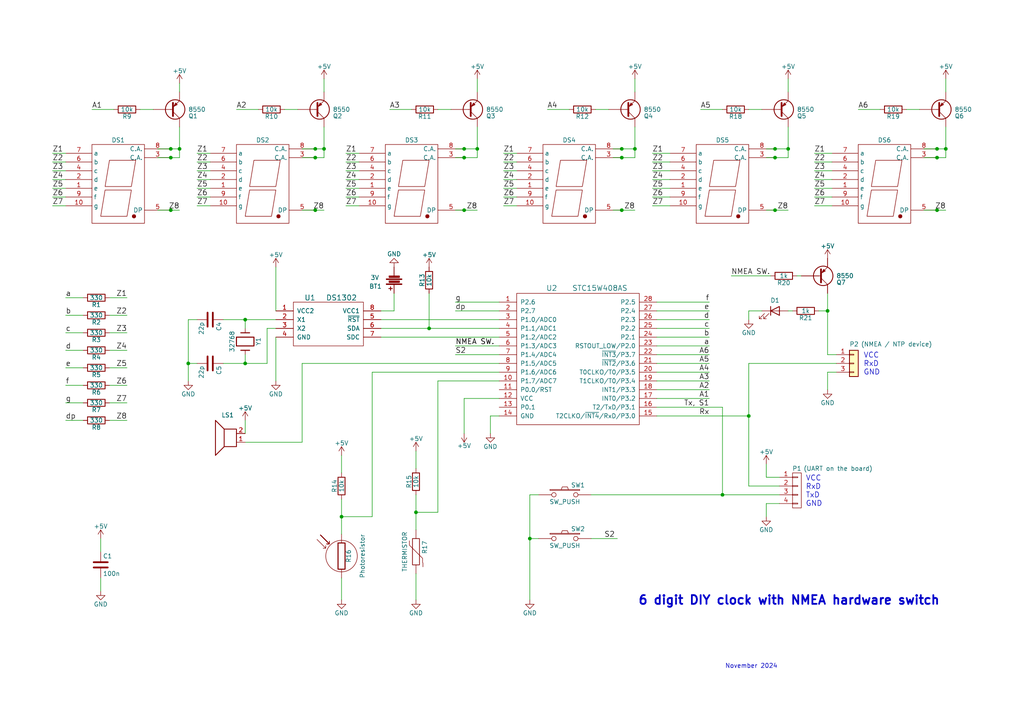
<source format=kicad_sch>
(kicad_sch (version 20250114) (generator "eeschema") (generator_version "9.0")
  (paper "A4")
  (lib_symbols
    (symbol "C_1" (pin_numbers (hide yes)) (pin_names (offset 0.254) (hide yes))
      (property "Reference" "C" (at 0.635 2.54 0))
      (property "Value" "C" (at 0.635 -2.54 0))
      (symbol "C_1_1_1"
        (pin passive line (at 0 3.81 270) (length 2.794) (name "~") (number "1"))
        (pin passive line (at 0 -3.81 90) (length 2.794) (name "~") (number "2"))
      )
    )
    (symbol "C_2" (pin_numbers (hide yes)) (pin_names (offset 0.254) (hide yes))
      (property "Reference" "C" (at 0.635 2.54 0))
      (property "Value" "C" (at 0.635 -2.54 0))
      (symbol "C_2_1_1"
        (pin passive line (at 0 3.81 270) (length 2.794) (name "~") (number "1"))
        (pin passive line (at 0 -3.81 90) (length 2.794) (name "~") (number "2"))
      )
    )
    (symbol "Connector_Generic:Conn_01x03" (pin_names (offset 1.016) (hide yes))
      (property "Reference" "J" (at 0 5.08 0))
      (property "Value" "Conn_01x03" (at 0 -5.08 0))
      (symbol "Conn_01x03_1_1"
        (pin passive line (at -5.08 2.54 0) (length 3.81) (name "Pin_1") (number "1"))
        (pin passive line (at -5.08 0 0) (length 3.81) (name "Pin_2") (number "2"))
        (pin passive line (at -5.08 -2.54 0) (length 3.81) (name "Pin_3") (number "3"))
      )
    )
    (symbol "Device:LED" (pin_numbers (hide yes)) (pin_names (offset 1.016) (hide yes))
      (property "Reference" "D" (at 0 2.54 0))
      (property "Value" "LED" (at 0 -2.54 0))
      (symbol "LED_1_1"
        (pin passive line (at -3.81 0 0) (length 2.54) (name "K") (number "1"))
        (pin passive line (at 3.81 0 180) (length 2.54) (name "A") (number "2"))
      )
    )
    (symbol "Device:Speaker" (pin_names (offset 0) (hide yes))
      (property "Reference" "LS" (at 1.27 5.715 0))
      (property "Value" "Speaker" (at 1.27 3.81 0))
      (symbol "Speaker_1_1"
        (pin input line (at -5.08 0 0) (length 2.54) (name "1") (number "1"))
        (pin input line (at -5.08 -2.54 0) (length 2.54) (name "2") (number "2"))
      )
    )
    (symbol "S8550_1" (pin_numbers (hide yes)) (pin_names (offset 0) (hide yes))
      (property "Reference" "Q" (at 5.08 1.905 0))
      (property "Value" "S8550" (at 5.08 0 0))
      (property "Footprint" "TO-92" (at 5.08 -1.905 0))
      (symbol "S8550_1_1_1"
        (pin input line (at -5.08 0 0) (length 5.08) (name "B") (number "2"))
        (pin passive line (at 2.54 5.08 270) (length 2.54) (name "C") (number "3"))
        (pin passive line (at 2.54 -5.08 90) (length 2.54) (name "E") (number "1"))
      )
    )
    (symbol "S8550_2" (pin_numbers (hide yes)) (pin_names (offset 0) (hide yes))
      (property "Reference" "Q" (at 5.08 1.905 0))
      (property "Value" "S8550" (at 5.08 0 0))
      (property "Footprint" "TO-92" (at 5.08 -1.905 0))
      (symbol "S8550_2_1_1"
        (pin input line (at -5.08 0 0) (length 5.08) (name "B") (number "2"))
        (pin passive line (at 2.54 5.08 270) (length 2.54) (name "C") (number "3"))
        (pin passive line (at 2.54 -5.08 90) (length 2.54) (name "E") (number "1"))
      )
    )
    (symbol "S8550_3" (pin_numbers (hide yes)) (pin_names (offset 0) (hide yes))
      (property "Reference" "Q" (at 5.08 1.905 0))
      (property "Value" "S8550" (at 5.08 0 0))
      (property "Footprint" "TO-92" (at 5.08 -1.905 0))
      (symbol "S8550_3_1_1"
        (pin input line (at -5.08 0 0) (length 5.08) (name "B") (number "2"))
        (pin passive line (at 2.54 5.08 270) (length 2.54) (name "C") (number "3"))
        (pin passive line (at 2.54 -5.08 90) (length 2.54) (name "E") (number "1"))
      )
    )
    (symbol "S8550_4" (pin_numbers (hide yes)) (pin_names (offset 0) (hide yes))
      (property "Reference" "Q" (at 5.08 1.905 0))
      (property "Value" "S8550" (at 5.08 0 0))
      (property "Footprint" "TO-92" (at 5.08 -1.905 0))
      (symbol "S8550_4_1_1"
        (pin input line (at -5.08 0 0) (length 5.08) (name "B") (number "2"))
        (pin passive line (at 2.54 5.08 270) (length 2.54) (name "C") (number "3"))
        (pin passive line (at 2.54 -5.08 90) (length 2.54) (name "E") (number "1"))
      )
    )
    (symbol "S8550_5" (pin_numbers (hide yes)) (pin_names (offset 0) (hide yes))
      (property "Reference" "Q" (at 5.08 1.905 0))
      (property "Value" "S8550" (at 5.08 0 0))
      (property "Footprint" "TO-92" (at 5.08 -1.905 0))
      (symbol "S8550_5_1_1"
        (pin input line (at -5.08 0 0) (length 5.08) (name "B") (number "2"))
        (pin passive line (at 2.54 5.08 270) (length 2.54) (name "C") (number "3"))
        (pin passive line (at 2.54 -5.08 90) (length 2.54) (name "E") (number "1"))
      )
    )
    (symbol "S8550_6" (pin_numbers (hide yes)) (pin_names (offset 0) (hide yes))
      (property "Reference" "Q" (at 5.08 1.905 0))
      (property "Value" "S8550" (at 5.08 0 0))
      (property "Footprint" "TO-92" (at 5.08 -1.905 0))
      (symbol "S8550_6_1_1"
        (pin input line (at -5.08 0 0) (length 5.08) (name "B") (number "2"))
        (pin passive line (at 2.54 5.08 270) (length 2.54) (name "C") (number "3"))
        (pin passive line (at 2.54 -5.08 90) (length 2.54) (name "E") (number "1"))
      )
    )
    (symbol "stc_diyclock-rescue:+5V" (power) (pin_names (offset 0))
      (property "Value" "+5V" (at 0 3.556 0))
      (symbol "+5V_1_1"
        (pin power_in line (at 0 0 90) (length 0) (hide yes) (name "+5V") (number "1"))
      )
    )
    (symbol "stc_diyclock-rescue:7SEGMENTS"
      (property "Reference" "AFF" (at 0 13.97 0))
      (property "Value" "7SEGMENTS" (at 0 -11.43 0))
      (symbol "7SEGMENTS_1_1"
        (pin input line (at -15.24 10.16 0) (length 7.62) (name "a") (number "7"))
        (pin input line (at -15.24 7.62 0) (length 7.62) (name "b") (number "6"))
        (pin input line (at -15.24 5.08 0) (length 7.62) (name "c") (number "4"))
        (pin input line (at -15.24 2.54 0) (length 7.62) (name "d") (number "2"))
        (pin input line (at -15.24 0 0) (length 7.62) (name "e") (number "1"))
        (pin input line (at -15.24 -2.54 0) (length 7.62) (name "f") (number "9"))
        (pin input line (at -15.24 -5.08 0) (length 7.62) (name "g") (number "10"))
        (pin input line (at 15.24 11.43 180) (length 7.62) (name "C.A.") (number "8"))
        (pin input line (at 15.24 8.89 180) (length 7.62) (name "C.A.") (number "3"))
        (pin input line (at 15.24 -6.35 180) (length 7.62) (name "DP") (number "5"))
      )
    )
    (symbol "stc_diyclock-rescue:Battery" (pin_numbers (hide yes)) (pin_names (offset 0))
      (property "Reference" "BT" (at 2.54 1.27 0))
      (property "Value" "Battery" (at 2.54 -1.27 0))
      (symbol "Battery_1_1"
        (pin passive line (at 0 3.81 270) (length 2.54) (name "~") (number "1"))
        (pin passive line (at 0 -3.81 90) (length 2.54) (name "~") (number "2"))
      )
    )
    (symbol "stc_diyclock-rescue:C" (pin_numbers (hide yes)) (pin_names (offset 0.254))
      (property "Reference" "C" (at 0.635 2.54 0))
      (property "Value" "C" (at 0.635 -2.54 0))
      (symbol "C_1_1"
        (pin passive line (at 0 3.81 270) (length 2.794) (name "~") (number "1"))
        (pin passive line (at 0 -3.81 90) (length 2.794) (name "~") (number "2"))
      )
    )
    (symbol "stc_diyclock-rescue:CONN_01X04" (pin_names (offset 1.016) (hide yes))
      (property "Reference" "P" (at 0 6.35 0))
      (property "Value" "CONN_01X04" (at 2.54 0 90))
      (symbol "CONN_01X04_1_1"
        (pin passive line (at -5.08 3.81 0) (length 3.81) (name "P1") (number "1"))
        (pin passive line (at -5.08 1.27 0) (length 3.81) (name "P2") (number "2"))
        (pin passive line (at -5.08 -1.27 0) (length 3.81) (name "P3") (number "3"))
        (pin passive line (at -5.08 -3.81 0) (length 3.81) (name "P4") (number "4"))
      )
    )
    (symbol "stc_diyclock-rescue:Crystal" (pin_numbers (hide yes)) (pin_names (offset 1.016) (hide yes))
      (property "Reference" "Y" (at 0 3.81 0))
      (property "Value" "Crystal" (at 0 -3.81 0))
      (symbol "Crystal_1_1"
        (pin passive line (at -3.81 0 0) (length 1.27) (name "1") (number "1"))
        (pin passive line (at 3.81 0 180) (length 1.27) (name "2") (number "2"))
      )
    )
    (symbol "stc_diyclock-rescue:DS1302" (pin_names (offset 1.016))
      (property "Reference" "U" (at 0 7.62 0))
      (property "Value" "DS1302" (at 0 -7.62 0))
      (symbol "DS1302_1_1"
        (pin input line (at -15.24 3.81 0) (length 5.08) (name "VCC2") (number "1"))
        (pin input line (at -15.24 1.27 0) (length 5.08) (name "X1") (number "2"))
        (pin output line (at -15.24 -1.27 0) (length 5.08) (name "X2") (number "3"))
        (pin power_in line (at -15.24 -3.81 0) (length 5.08) (name "GND") (number "4"))
        (pin power_in line (at 15.24 3.81 180) (length 5.08) (name "VCC1") (number "8"))
        (pin input line (at 15.24 1.27 180) (length 5.08) (name "~{RST}") (number "5"))
        (pin bidirectional line (at 15.24 -1.27 180) (length 5.08) (name "SDA") (number "6"))
        (pin input line (at 15.24 -3.81 180) (length 5.08) (name "SDC") (number "7"))
      )
    )
    (symbol "stc_diyclock-rescue:GND" (power) (pin_names (offset 0))
      (property "Value" "GND" (at 0 -3.81 0))
      (symbol "GND_1_1"
        (pin power_in line (at 0 0 270) (length 0) (hide yes) (name "GND") (number "1"))
      )
    )
    (symbol "stc_diyclock-rescue:Photores" (pin_numbers (hide yes)) (pin_names (offset 0))
      (property "Reference" "R" (at 2.032 0 90))
      (property "Value" "Photores" (at 5.334 0 90))
      (symbol "Photores_1_1"
        (pin passive line (at 0 6.35 270) (length 2.54) (name "~") (number "1"))
        (pin passive line (at 0 -6.35 90) (length 2.54) (name "~") (number "2"))
      )
    )
    (symbol "stc_diyclock-rescue:R" (pin_numbers (hide yes)) (pin_names (offset 0))
      (property "Reference" "R" (at 2.032 0 90))
      (property "Value" "R" (at 0 0 90))
      (symbol "R_1_1"
        (pin passive line (at 0 3.81 270) (length 1.27) (name "~") (number "1"))
        (pin passive line (at 0 -3.81 90) (length 1.27) (name "~") (number "2"))
      )
    )
    (symbol "stc_diyclock-rescue:S8550" (pin_numbers (hide yes)) (pin_names (offset 0) (hide yes))
      (property "Reference" "Q" (at 5.08 1.905 0))
      (property "Value" "S8550" (at 5.08 0 0))
      (property "Footprint" "TO-92" (at 5.08 -1.905 0))
      (symbol "S8550_1_1"
        (pin input line (at -5.08 0 0) (length 5.08) (name "B") (number "2"))
        (pin passive line (at 2.54 5.08 270) (length 2.54) (name "C") (number "3"))
        (pin passive line (at 2.54 -5.08 90) (length 2.54) (name "E") (number "1"))
      )
    )
    (symbol "stc_diyclock-rescue:STC15W408AS" (pin_names (offset 1.016))
      (property "Reference" "U" (at 0 20.32 0))
      (property "Value" "STC15W408AS" (at 0 -20.32 0))
      (symbol "STC15W408AS_1_1"
        (pin bidirectional line (at -22.86 16.51 0) (length 5.08) (name "P2.6") (number "1"))
        (pin bidirectional line (at -22.86 13.97 0) (length 5.08) (name "P2.7") (number "2"))
        (pin bidirectional line (at -22.86 11.43 0) (length 5.08) (name "P1.0/ADC0") (number "3"))
        (pin bidirectional line (at -22.86 8.89 0) (length 5.08) (name "P1.1/ADC1") (number "4"))
        (pin bidirectional line (at -22.86 6.35 0) (length 5.08) (name "P1.2/ADC2") (number "5"))
        (pin bidirectional line (at -22.86 3.81 0) (length 5.08) (name "P1.3/ADC3") (number "6"))
        (pin bidirectional line (at -22.86 1.27 0) (length 5.08) (name "P1.4/ADC4") (number "7"))
        (pin bidirectional line (at -22.86 -1.27 0) (length 5.08) (name "P1.5/ADC5") (number "8"))
        (pin bidirectional line (at -22.86 -3.81 0) (length 5.08) (name "P1.6/ADC6") (number "9"))
        (pin bidirectional line (at -22.86 -6.35 0) (length 5.08) (name "P1.7/ADC7") (number "10"))
        (pin bidirectional line (at -22.86 -8.89 0) (length 5.08) (name "P0.0/RST") (number "11"))
        (pin power_in line (at -22.86 -11.43 0) (length 5.08) (name "VCC") (number "12"))
        (pin bidirectional line (at -22.86 -13.97 0) (length 5.08) (name "P0.1") (number "13"))
        (pin input line (at -22.86 -16.51 0) (length 5.08) (name "GND") (number "14"))
        (pin bidirectional line (at 22.86 16.51 180) (length 5.08) (name "P2.5") (number "28"))
        (pin bidirectional line (at 22.86 13.97 180) (length 5.08) (name "P2.4") (number "27"))
        (pin bidirectional line (at 22.86 11.43 180) (length 5.08) (name "P2.3") (number "26"))
        (pin bidirectional line (at 22.86 8.89 180) (length 5.08) (name "P2.2") (number "25"))
        (pin bidirectional line (at 22.86 6.35 180) (length 5.08) (name "P2.1") (number "24"))
        (pin bidirectional line (at 22.86 3.81 180) (length 5.08) (name "RSTOUT_LOW/P2.0") (number "23"))
        (pin bidirectional line (at 22.86 1.27 180) (length 5.08) (name "~{INT3}/P3.7") (number "22"))
        (pin bidirectional line (at 22.86 -1.27 180) (length 5.08) (name "~{INT2}/P3.6") (number "21"))
        (pin bidirectional line (at 22.86 -3.81 180) (length 5.08) (name "T0CLKO/T0/P3.5") (number "20"))
        (pin bidirectional line (at 22.86 -6.35 180) (length 5.08) (name "T1CLKO/T0/P3.4") (number "19"))
        (pin bidirectional line (at 22.86 -8.89 180) (length 5.08) (name "INT1/P3.3") (number "18"))
        (pin bidirectional line (at 22.86 -11.43 180) (length 5.08) (name "INT0/P3.2") (number "17"))
        (pin bidirectional line (at 22.86 -13.97 180) (length 5.08) (name "T2/TxD/P3.1") (number "16"))
        (pin bidirectional line (at 22.86 -16.51 180) (length 5.08) (name "T2CLKO/~{INT4}/RxD/P3.0") (number "15"))
      )
    )
    (symbol "stc_diyclock-rescue:SW_PUSH" (pin_numbers (hide yes)) (pin_names (offset 1.016) (hide yes))
      (property "Reference" "SW" (at 3.81 2.794 0))
      (property "Value" "SW_PUSH" (at 0 -2.032 0))
      (symbol "SW_PUSH_0_1"
        (pin passive inverted (at -7.62 0 0) (length 5.08) (name "1") (number "1"))
        (pin passive inverted (at 7.62 0 180) (length 5.08) (name "2") (number "2"))
      )
    )
    (symbol "stc_diyclock-rescue:THERMISTOR" (pin_numbers (hide yes)) (pin_names (offset 0))
      (property "Reference" "TH" (at 2.54 1.27 90))
      (property "Value" "THERMISTOR" (at -2.54 0 90))
      (symbol "THERMISTOR_0_1"
        (text "-" (at 1.905 -3.81 900) (effects (font (size 1.524 1.524))))
      )
      (symbol "THERMISTOR_1_1"
        (pin passive line (at 0 6.35 270) (length 2.54) (name "~") (number "1"))
        (pin passive line (at 0 -6.35 90) (length 2.54) (name "~") (number "2"))
      )
    )
  )
  (text "VCC\nRxD\nTxD\nGND" (at 233.68 147.066 0) (effects (font (size 1.524 1.524)) (justify left bottom)))
  (text "VCC\nRxD\nGND" (at 250.444 108.966 0) (effects (font (size 1.524 1.524)) (justify left bottom)))
  (text "November 2024" (at 217.932 193.294 0) (effects (font (size 1.27 1.27))))
  (text "6 digit DIY clock with NMEA hardware switch" (at 228.854 174.244 0) (effects (font (size 2.54 2.54) (thickness 0.508) (bold yes))))
  (junction (at 180.34 60.96))
  (junction (at 91.44 45.72))
  (junction (at 271.78 45.72))
  (junction (at 91.44 60.96))
  (junction (at 224.79 43.18))
  (junction (at 120.65 148.59))
  (junction (at 224.79 45.72))
  (junction (at 54.61 105.41))
  (junction (at 134.62 43.18))
  (junction (at 124.46 95.25))
  (junction (at 52.07 43.18))
  (junction (at 134.62 45.72))
  (junction (at 49.53 45.72))
  (junction (at 49.53 43.18))
  (junction (at 99.06 149.86))
  (junction (at 91.44 43.18))
  (junction (at 209.55 143.51))
  (junction (at 271.78 43.18))
  (junction (at 49.53 60.96))
  (junction (at 180.34 45.72))
  (junction (at 71.12 92.71))
  (junction (at 153.67 156.21))
  (junction (at 224.79 60.96))
  (junction (at 240.03 90.17))
  (junction (at 93.98 43.18))
  (junction (at 134.62 60.96))
  (junction (at 184.15 43.18))
  (junction (at 217.17 120.65))
  (junction (at 271.78 60.96))
  (junction (at 71.12 105.41))
  (junction (at 228.6 43.18))
  (junction (at 138.43 43.18))
  (junction (at 180.34 43.18))
  (junction (at 274.32 43.18))
  (wire (pts (xy 224.79 45.72) (xy 228.6 45.72)))
  (wire (pts (xy 190.5 113.03) (xy 205.74 113.03)))
  (wire (pts (xy 54.61 105.41) (xy 57.15 105.41)))
  (wire (pts (xy 190.5 95.25) (xy 205.74 95.25)))
  (wire (pts (xy 31.75 111.76) (xy 36.83 111.76)))
  (wire (pts (xy 107.95 107.95) (xy 144.78 107.95)))
  (wire (pts (xy 91.44 43.18) (xy 93.98 43.18)))
  (wire (pts (xy 153.67 143.51) (xy 156.21 143.51)))
  (wire (pts (xy 228.6 26.67) (xy 228.6 22.86)))
  (wire (pts (xy 52.07 43.18) (xy 52.07 36.83)))
  (wire (pts (xy 82.55 31.75) (xy 86.36 31.75)))
  (wire (pts (xy 194.31 49.53) (xy 189.23 49.53)))
  (wire (pts (xy 144.78 100.33) (xy 132.08 100.33)))
  (wire (pts (xy 31.75 96.52) (xy 36.83 96.52)))
  (wire (pts (xy 87.63 43.18) (xy 91.44 43.18)))
  (wire (pts (xy 24.13 111.76) (xy 19.05 111.76)))
  (wire (pts (xy 71.12 95.25) (xy 71.12 92.71)))
  (wire (pts (xy 60.96 54.61) (xy 57.15 54.61)))
  (wire (pts (xy 274.32 43.18) (xy 274.32 36.83)))
  (wire (pts (xy 226.06 146.05) (xy 222.25 146.05)))
  (wire (pts (xy 99.06 149.86) (xy 107.95 149.86)))
  (wire (pts (xy 138.43 26.67) (xy 138.43 22.86)))
  (wire (pts (xy 60.96 57.15) (xy 57.15 57.15)))
  (wire (pts (xy 120.65 143.51) (xy 120.65 148.59)))
  (wire (pts (xy 31.75 106.68) (xy 36.83 106.68)))
  (wire (pts (xy 241.3 57.15) (xy 236.22 57.15)))
  (wire (pts (xy 190.5 120.65) (xy 217.17 120.65)))
  (wire (pts (xy 223.52 80.01) (xy 212.09 80.01)))
  (wire (pts (xy 222.25 45.72) (xy 224.79 45.72)))
  (wire (pts (xy 45.72 60.96) (xy 49.53 60.96)))
  (wire (pts (xy 180.34 45.72) (xy 184.15 45.72)))
  (wire (pts (xy 194.31 46.99) (xy 189.23 46.99)))
  (wire (pts (xy 190.5 110.49) (xy 205.74 110.49)))
  (wire (pts (xy 153.67 156.21) (xy 153.67 173.99)))
  (wire (pts (xy 44.45 31.75) (xy 40.64 31.75)))
  (wire (pts (xy 171.45 143.51) (xy 209.55 143.51)))
  (wire (pts (xy 274.32 45.72) (xy 274.32 43.18)))
  (wire (pts (xy 31.75 86.36) (xy 36.83 86.36)))
  (wire (pts (xy 60.96 46.99) (xy 57.15 46.99)))
  (wire (pts (xy 144.78 115.57) (xy 134.62 115.57)))
  (wire (pts (xy 104.14 52.07) (xy 100.33 52.07)))
  (wire (pts (xy 24.13 86.36) (xy 19.05 86.36)))
  (wire (pts (xy 240.03 90.17) (xy 240.03 102.87)))
  (wire (pts (xy 144.78 120.65) (xy 142.24 120.65)))
  (wire (pts (xy 60.96 59.69) (xy 57.15 59.69)))
  (wire (pts (xy 241.3 46.99) (xy 236.22 46.99)))
  (wire (pts (xy 184.15 43.18) (xy 184.15 36.83)))
  (wire (pts (xy 93.98 43.18) (xy 93.98 36.83)))
  (wire (pts (xy 190.5 107.95) (xy 205.74 107.95)))
  (wire (pts (xy 132.08 45.72) (xy 134.62 45.72)))
  (wire (pts (xy 134.62 60.96) (xy 138.43 60.96)))
  (wire (pts (xy 19.05 57.15) (xy 15.24 57.15)))
  (wire (pts (xy 209.55 118.11) (xy 209.55 143.51)))
  (wire (pts (xy 209.55 143.51) (xy 226.06 143.51)))
  (wire (pts (xy 177.8 45.72) (xy 180.34 45.72)))
  (wire (pts (xy 49.53 45.72) (xy 52.07 45.72)))
  (wire (pts (xy 24.13 91.44) (xy 19.05 91.44)))
  (wire (pts (xy 222.25 146.05) (xy 222.25 149.86)))
  (wire (pts (xy 255.27 31.75) (xy 248.92 31.75)))
  (wire (pts (xy 267.97 43.18) (xy 271.78 43.18)))
  (wire (pts (xy 241.3 44.45) (xy 236.22 44.45)))
  (wire (pts (xy 110.49 97.79) (xy 144.78 97.79)))
  (wire (pts (xy 77.47 105.41) (xy 77.47 95.25)))
  (wire (pts (xy 184.15 45.72) (xy 184.15 43.18)))
  (wire (pts (xy 180.34 60.96) (xy 184.15 60.96)))
  (wire (pts (xy 134.62 43.18) (xy 138.43 43.18)))
  (wire (pts (xy 224.79 43.18) (xy 228.6 43.18)))
  (wire (pts (xy 49.53 60.96) (xy 52.07 60.96)))
  (wire (pts (xy 104.14 57.15) (xy 100.33 57.15)))
  (wire (pts (xy 104.14 49.53) (xy 100.33 49.53)))
  (wire (pts (xy 31.75 91.44) (xy 36.83 91.44)))
  (wire (pts (xy 149.86 52.07) (xy 146.05 52.07)))
  (wire (pts (xy 138.43 45.72) (xy 138.43 43.18)))
  (wire (pts (xy 194.31 44.45) (xy 189.23 44.45)))
  (wire (pts (xy 228.6 43.18) (xy 228.6 36.83)))
  (wire (pts (xy 99.06 149.86) (xy 99.06 154.94)))
  (wire (pts (xy 132.08 43.18) (xy 134.62 43.18)))
  (wire (pts (xy 190.5 90.17) (xy 205.74 90.17)))
  (wire (pts (xy 31.75 101.6) (xy 36.83 101.6)))
  (wire (pts (xy 24.13 116.84) (xy 19.05 116.84)))
  (wire (pts (xy 209.55 31.75) (xy 203.2 31.75)))
  (wire (pts (xy 107.95 107.95) (xy 107.95 149.86)))
  (wire (pts (xy 217.17 90.17) (xy 217.17 92.71)))
  (wire (pts (xy 228.6 90.17) (xy 229.87 90.17)))
  (wire (pts (xy 144.78 87.63) (xy 132.08 87.63)))
  (wire (pts (xy 222.25 138.43) (xy 226.06 138.43)))
  (wire (pts (xy 190.5 100.33) (xy 205.74 100.33)))
  (wire (pts (xy 271.78 60.96) (xy 274.32 60.96)))
  (wire (pts (xy 190.5 102.87) (xy 205.74 102.87)))
  (wire (pts (xy 80.01 77.47) (xy 80.01 90.17)))
  (wire (pts (xy 119.38 31.75) (xy 113.03 31.75)))
  (wire (pts (xy 120.65 166.37) (xy 120.65 173.99)))
  (wire (pts (xy 241.3 49.53) (xy 236.22 49.53)))
  (wire (pts (xy 45.72 43.18) (xy 49.53 43.18)))
  (wire (pts (xy 190.5 97.79) (xy 205.74 97.79)))
  (wire (pts (xy 110.49 95.25) (xy 124.46 95.25)))
  (wire (pts (xy 222.25 60.96) (xy 224.79 60.96)))
  (wire (pts (xy 240.03 107.95) (xy 240.03 113.03)))
  (wire (pts (xy 180.34 43.18) (xy 184.15 43.18)))
  (wire (pts (xy 149.86 46.99) (xy 146.05 46.99)))
  (wire (pts (xy 222.25 43.18) (xy 224.79 43.18)))
  (wire (pts (xy 24.13 96.52) (xy 19.05 96.52)))
  (wire (pts (xy 194.31 52.07) (xy 189.23 52.07)))
  (wire (pts (xy 144.78 110.49) (xy 127 110.49)))
  (wire (pts (xy 71.12 105.41) (xy 71.12 102.87)))
  (wire (pts (xy 120.65 148.59) (xy 120.65 153.67)))
  (wire (pts (xy 134.62 45.72) (xy 138.43 45.72)))
  (wire (pts (xy 104.14 46.99) (xy 100.33 46.99)))
  (wire (pts (xy 120.65 135.89) (xy 120.65 130.81)))
  (wire (pts (xy 31.75 121.92) (xy 36.83 121.92)))
  (wire (pts (xy 124.46 85.09) (xy 124.46 95.25)))
  (wire (pts (xy 217.17 140.97) (xy 226.06 140.97)))
  (wire (pts (xy 110.49 92.71) (xy 144.78 92.71)))
  (wire (pts (xy 171.45 156.21) (xy 179.07 156.21)))
  (wire (pts (xy 29.21 156.21) (xy 29.21 160.02)))
  (wire (pts (xy 19.05 54.61) (xy 15.24 54.61)))
  (wire (pts (xy 153.67 156.21) (xy 156.21 156.21)))
  (wire (pts (xy 31.75 116.84) (xy 36.83 116.84)))
  (wire (pts (xy 87.63 128.27) (xy 71.12 128.27)))
  (wire (pts (xy 104.14 54.61) (xy 100.33 54.61)))
  (wire (pts (xy 19.05 52.07) (xy 15.24 52.07)))
  (wire (pts (xy 87.63 45.72) (xy 91.44 45.72)))
  (wire (pts (xy 149.86 49.53) (xy 146.05 49.53)))
  (wire (pts (xy 222.25 134.62) (xy 222.25 138.43)))
  (wire (pts (xy 60.96 52.07) (xy 57.15 52.07)))
  (wire (pts (xy 49.53 43.18) (xy 52.07 43.18)))
  (wire (pts (xy 87.63 60.96) (xy 91.44 60.96)))
  (wire (pts (xy 190.5 115.57) (xy 205.74 115.57)))
  (wire (pts (xy 132.08 60.96) (xy 134.62 60.96)))
  (wire (pts (xy 194.31 57.15) (xy 189.23 57.15)))
  (wire (pts (xy 99.06 144.78) (xy 99.06 149.86)))
  (wire (pts (xy 177.8 60.96) (xy 180.34 60.96)))
  (wire (pts (xy 142.24 120.65) (xy 142.24 125.73)))
  (wire (pts (xy 266.7 31.75) (xy 262.89 31.75)))
  (wire (pts (xy 220.98 31.75) (xy 217.17 31.75)))
  (wire (pts (xy 271.78 43.18) (xy 274.32 43.18)))
  (wire (pts (xy 149.86 59.69) (xy 146.05 59.69)))
  (wire (pts (xy 194.31 54.61) (xy 189.23 54.61)))
  (wire (pts (xy 54.61 92.71) (xy 54.61 105.41)))
  (wire (pts (xy 24.13 101.6) (xy 19.05 101.6)))
  (wire (pts (xy 110.49 90.17) (xy 114.3 90.17)))
  (wire (pts (xy 52.07 45.72) (xy 52.07 43.18)))
  (wire (pts (xy 237.49 90.17) (xy 240.03 90.17)))
  (wire (pts (xy 274.32 26.67) (xy 274.32 22.86)))
  (wire (pts (xy 190.5 105.41) (xy 205.74 105.41)))
  (wire (pts (xy 228.6 45.72) (xy 228.6 43.18)))
  (wire (pts (xy 124.46 95.25) (xy 144.78 95.25)))
  (wire (pts (xy 19.05 59.69) (xy 15.24 59.69)))
  (wire (pts (xy 149.86 57.15) (xy 146.05 57.15)))
  (wire (pts (xy 80.01 92.71) (xy 71.12 92.71)))
  (wire (pts (xy 165.1 31.75) (xy 158.75 31.75)))
  (wire (pts (xy 19.05 46.99) (xy 15.24 46.99)))
  (wire (pts (xy 71.12 121.92) (xy 71.12 125.73)))
  (wire (pts (xy 24.13 121.92) (xy 19.05 121.92)))
  (wire (pts (xy 144.78 102.87) (xy 132.08 102.87)))
  (wire (pts (xy 93.98 45.72) (xy 93.98 43.18)))
  (wire (pts (xy 242.57 105.41) (xy 217.17 105.41)))
  (wire (pts (xy 120.65 148.59) (xy 127 148.59)))
  (wire (pts (xy 52.07 26.67) (xy 52.07 24.13)))
  (wire (pts (xy 60.96 49.53) (xy 57.15 49.53)))
  (wire (pts (xy 241.3 52.07) (xy 236.22 52.07)))
  (wire (pts (xy 240.03 102.87) (xy 242.57 102.87)))
  (wire (pts (xy 54.61 105.41) (xy 54.61 110.49)))
  (wire (pts (xy 144.78 90.17) (xy 132.08 90.17)))
  (wire (pts (xy 149.86 44.45) (xy 146.05 44.45)))
  (wire (pts (xy 99.06 167.64) (xy 99.06 173.99)))
  (wire (pts (xy 91.44 60.96) (xy 93.98 60.96)))
  (wire (pts (xy 130.81 31.75) (xy 127 31.75)))
  (wire (pts (xy 64.77 105.41) (xy 71.12 105.41)))
  (wire (pts (xy 217.17 120.65) (xy 217.17 140.97)))
  (wire (pts (xy 45.72 45.72) (xy 49.53 45.72)))
  (wire (pts (xy 232.41 80.01) (xy 231.14 80.01)))
  (wire (pts (xy 71.12 105.41) (xy 77.47 105.41)))
  (wire (pts (xy 71.12 92.71) (xy 64.77 92.71)))
  (wire (pts (xy 19.05 49.53) (xy 15.24 49.53)))
  (wire (pts (xy 91.44 45.72) (xy 93.98 45.72)))
  (wire (pts (xy 33.02 31.75) (xy 26.67 31.75)))
  (wire (pts (xy 104.14 59.69) (xy 100.33 59.69)))
  (wire (pts (xy 87.63 105.41) (xy 87.63 128.27)))
  (wire (pts (xy 149.86 54.61) (xy 146.05 54.61)))
  (wire (pts (xy 271.78 45.72) (xy 274.32 45.72)))
  (wire (pts (xy 217.17 105.41) (xy 217.17 120.65)))
  (wire (pts (xy 99.06 137.16) (xy 99.06 132.08)))
  (wire (pts (xy 184.15 26.67) (xy 184.15 22.86)))
  (wire (pts (xy 190.5 118.11) (xy 209.55 118.11)))
  (wire (pts (xy 240.03 85.09) (xy 240.03 90.17)))
  (wire (pts (xy 177.8 43.18) (xy 180.34 43.18)))
  (wire (pts (xy 114.3 85.09) (xy 114.3 90.17)))
  (wire (pts (xy 93.98 26.67) (xy 93.98 22.86)))
  (wire (pts (xy 144.78 105.41) (xy 87.63 105.41)))
  (wire (pts (xy 176.53 31.75) (xy 172.72 31.75)))
  (wire (pts (xy 60.96 44.45) (xy 57.15 44.45)))
  (wire (pts (xy 224.79 60.96) (xy 228.6 60.96)))
  (wire (pts (xy 194.31 59.69) (xy 189.23 59.69)))
  (wire (pts (xy 190.5 92.71) (xy 205.74 92.71)))
  (wire (pts (xy 29.21 167.64) (xy 29.21 171.45)))
  (wire (pts (xy 241.3 54.61) (xy 236.22 54.61)))
  (wire (pts (xy 57.15 92.71) (xy 54.61 92.71)))
  (wire (pts (xy 134.62 115.57) (xy 134.62 125.73)))
  (wire (pts (xy 127 110.49) (xy 127 148.59)))
  (wire (pts (xy 104.14 44.45) (xy 100.33 44.45)))
  (wire (pts (xy 74.93 31.75) (xy 68.58 31.75)))
  (wire (pts (xy 242.57 107.95) (xy 240.03 107.95)))
  (wire (pts (xy 220.98 90.17) (xy 217.17 90.17)))
  (wire (pts (xy 241.3 59.69) (xy 236.22 59.69)))
  (wire (pts (xy 138.43 43.18) (xy 138.43 36.83)))
  (wire (pts (xy 190.5 87.63) (xy 205.74 87.63)))
  (wire (pts (xy 153.67 143.51) (xy 153.67 156.21)))
  (wire (pts (xy 24.13 106.68) (xy 19.05 106.68)))
  (wire (pts (xy 267.97 60.96) (xy 271.78 60.96)))
  (wire (pts (xy 19.05 44.45) (xy 15.24 44.45)))
  (wire (pts (xy 80.01 97.79) (xy 80.01 110.49)))
  (wire (pts (xy 267.97 45.72) (xy 271.78 45.72)))
  (wire (pts (xy 80.01 95.25) (xy 77.47 95.25)))
  (label "c" (at 19.05 96.52 0) (effects (font (size 1.524 1.524))))
  (label "Z2" (at 146.05 46.99 0) (effects (font (size 1.524 1.524))))
  (label "d" (at 19.05 101.6 0) (effects (font (size 1.524 1.524))))
  (label "Z4" (at 236.22 52.07 0) (effects (font (size 1.524 1.524))))
  (label "dp" (at 132.08 90.17 0) (effects (font (size 1.524 1.524))))
  (label "Z5" (at 189.23 54.61 0) (effects (font (size 1.524 1.524))))
  (label "a" (at 19.05 86.36 0) (effects (font (size 1.524 1.524))))
  (label "b" (at 19.05 91.44 0) (effects (font (size 1.524 1.524))))
  (label "  " (at 132.08 118.11 0) (effects (font (size 1.524 1.524))))
  (label "Z1" (at 189.23 44.45 0) (effects (font (size 1.524 1.524))))
  (label "NMEA SW." (at 132.08 100.33 0) (effects (font (size 1.524 1.524) (thickness 0.1905))))
  (label "A6" (at 248.92 31.75 0) (effects (font (size 1.524 1.524))))
  (label "Z6" (at 57.15 57.15 0) (effects (font (size 1.524 1.524))))
  (label "Z2" (at 36.83 91.44 180) (effects (font (size 1.524 1.524))))
  (label "A6" (at 205.74 102.87 180) (effects (font (size 1.524 1.524))))
  (label "Z8" (at 184.15 60.96 180) (effects (font (size 1.524 1.524))))
  (label "Z4" (at 100.33 52.07 0) (effects (font (size 1.524 1.524))))
  (label "Z3" (at 146.05 49.53 0) (effects (font (size 1.524 1.524))))
  (label "A1" (at 205.74 115.57 180) (effects (font (size 1.524 1.524))))
  (label "A4" (at 158.75 31.75 0) (effects (font (size 1.524 1.524))))
  (label "Z2" (at 57.15 46.99 0) (effects (font (size 1.524 1.524))))
  (label "g" (at 132.08 87.63 0) (effects (font (size 1.524 1.524))))
  (label "Z4" (at 146.05 52.07 0) (effects (font (size 1.524 1.524))))
  (label "Z3" (at 15.24 49.53 0) (effects (font (size 1.524 1.524))))
  (label "Z1" (at 36.83 86.36 180) (effects (font (size 1.524 1.524))))
  (label "Z4" (at 189.23 52.07 0) (effects (font (size 1.524 1.524))))
  (label "Z7" (at 57.15 59.69 0) (effects (font (size 1.524 1.524))))
  (label "Z8" (at 52.07 60.96 180) (effects (font (size 1.524 1.524))))
  (label "Z5" (at 57.15 54.61 0) (effects (font (size 1.524 1.524))))
  (label "Z3" (at 57.15 49.53 0) (effects (font (size 1.524 1.524))))
  (label "a" (at 205.74 100.33 180) (effects (font (size 1.524 1.524))))
  (label "Z1" (at 146.05 44.45 0) (effects (font (size 1.524 1.524))))
  (label "Z3" (at 189.23 49.53 0) (effects (font (size 1.524 1.524))))
  (label "A2" (at 68.58 31.75 0) (effects (font (size 1.524 1.524))))
  (label "Z7" (at 36.83 116.84 180) (effects (font (size 1.524 1.524))))
  (label "f" (at 19.05 111.76 0) (effects (font (size 1.524 1.524))))
  (label "Z6" (at 146.05 57.15 0) (effects (font (size 1.524 1.524))))
  (label "Z1" (at 57.15 44.45 0) (effects (font (size 1.524 1.524))))
  (label "f" (at 205.74 87.63 180) (effects (font (size 1.524 1.524))))
  (label "Z7" (at 189.23 59.69 0) (effects (font (size 1.524 1.524))))
  (label "b" (at 205.74 97.79 180) (effects (font (size 1.524 1.524))))
  (label "Z4" (at 15.24 52.07 0) (effects (font (size 1.524 1.524))))
  (label "Z5" (at 36.83 106.68 180) (effects (font (size 1.524 1.524))))
  (label "A3" (at 205.74 110.49 180) (effects (font (size 1.524 1.524))))
  (label "  " (at 132.08 113.03 0) (effects (font (size 1.524 1.524))))
  (label "A5" (at 205.74 105.41 180) (effects (font (size 1.524 1.524))))
  (label "Z1" (at 15.24 44.45 0) (effects (font (size 1.524 1.524))))
  (label "Rx" (at 205.74 120.65 180) (effects (font (size 1.524 1.524))))
  (label "Z6" (at 15.24 57.15 0) (effects (font (size 1.524 1.524))))
  (label "Tx, S1" (at 205.74 118.11 180) (effects (font (size 1.524 1.524))))
  (label "NMEA SW." (at 212.09 80.01 0) (effects (font (size 1.524 1.524))))
  (label "Z8" (at 274.32 60.96 180) (effects (font (size 1.524 1.524))))
  (label "Z5" (at 146.05 54.61 0) (effects (font (size 1.524 1.524))))
  (label "Z7" (at 100.33 59.69 0) (effects (font (size 1.524 1.524))))
  (label "Z3" (at 236.22 49.53 0) (effects (font (size 1.524 1.524))))
  (label "d" (at 205.74 92.71 180) (effects (font (size 1.524 1.524))))
  (label "Z5" (at 15.24 54.61 0) (effects (font (size 1.524 1.524))))
  (label "e" (at 19.05 106.68 0) (effects (font (size 1.524 1.524))))
  (label "Z6" (at 100.33 57.15 0) (effects (font (size 1.524 1.524))))
  (label "A4" (at 205.74 107.95 180) (effects (font (size 1.524 1.524))))
  (label "A1" (at 26.67 31.75 0) (effects (font (size 1.524 1.524))))
  (label "Z4" (at 57.15 52.07 0) (effects (font (size 1.524 1.524))))
  (label "g" (at 19.05 116.84 0) (effects (font (size 1.524 1.524))))
  (label "Z7" (at 146.05 59.69 0) (effects (font (size 1.524 1.524))))
  (label "Z6" (at 236.22 57.15 0) (effects (font (size 1.524 1.524))))
  (label "Z7" (at 236.22 59.69 0) (effects (font (size 1.524 1.524))))
  (label "S2" (at 175.26 156.21 0) (effects (font (size 1.524 1.524))))
  (label "Z1" (at 100.33 44.45 0) (effects (font (size 1.524 1.524))))
  (label "Z6" (at 36.83 111.76 180) (effects (font (size 1.524 1.524))))
  (label "Z3" (at 100.33 49.53 0) (effects (font (size 1.524 1.524))))
  (label "Z8" (at 138.43 60.96 180) (effects (font (size 1.524 1.524))))
  (label "Z2" (at 100.33 46.99 0) (effects (font (size 1.524 1.524))))
  (label "Z8" (at 36.83 121.92 180) (effects (font (size 1.524 1.524))))
  (label "dp" (at 19.05 121.92 0) (effects (font (size 1.524 1.524))))
  (label "A5" (at 203.2 31.75 0) (effects (font (size 1.524 1.524))))
  (label "Z2" (at 189.23 46.99 0) (effects (font (size 1.524 1.524))))
  (label "Z5" (at 100.33 54.61 0) (effects (font (size 1.524 1.524))))
  (label "c" (at 205.74 95.25 180) (effects (font (size 1.524 1.524))))
  (label "Z7" (at 15.24 59.69 0) (effects (font (size 1.524 1.524))))
  (label "e" (at 205.74 90.17 180) (effects (font (size 1.524 1.524))))
  (label "Z2" (at 236.22 46.99 0) (effects (font (size 1.524 1.524))))
  (label "Z6" (at 189.23 57.15 0) (effects (font (size 1.524 1.524))))
  (label "Z4" (at 36.83 101.6 180) (effects (font (size 1.524 1.524))))
  (label "Z1" (at 236.22 44.45 0) (effects (font (size 1.524 1.524))))
  (label "Z8" (at 228.6 60.96 180) (effects (font (size 1.524 1.524))))
  (label "A2" (at 205.74 113.03 180) (effects (font (size 1.524 1.524))))
  (label "Z3" (at 36.83 96.52 180) (effects (font (size 1.524 1.524))))
  (label "Z8" (at 93.98 60.96 180) (effects (font (size 1.524 1.524))))
  (label "S2" (at 132.08 102.87 0) (effects (font (size 1.524 1.524))))
  (label "A3" (at 113.03 31.75 0) (effects (font (size 1.524 1.524))))
  (label "Z5" (at 236.22 54.61 0) (effects (font (size 1.524 1.524))))
  (label "Z2" (at 15.24 46.99 0) (effects (font (size 1.524 1.524))))
  (symbol (lib_id "stc_diyclock-rescue:R") (at 27.94 106.68 270) (unit 1)
    (property "Reference" "R5" (at 27.94 108.712 90))
    (property "Value" "330" (at 27.94 106.68 90))
  )
  (symbol (lib_id "stc_diyclock-rescue:GND") (at 80.01 110.49 0) (unit 1)
    (property "Reference" "#PWR09" (effects (hide yes)))
    (property "Value" "GND" (at 80.01 114.3 0))
  )
  (symbol (lib_id "stc_diyclock-rescue:S8550") (at 237.49 80.01 0) (mirror x) (unit 1)
    (property "Reference" "Q7" (at 242.57 81.915 0) (effects (justify left)))
    (property "Value" "8550" (at 242.57 80.01 0) (effects (justify left)))
    (property "Footprint" "TO-92" (effects (hide yes)))
  )
  (symbol (lib_id "stc_diyclock-rescue:GND") (at 153.67 173.99 0) (unit 1)
    (property "Reference" "#PWR023" (effects (hide yes)))
    (property "Value" "GND" (at 153.67 177.8 0))
  )
  (symbol (lib_id "stc_diyclock-rescue:R") (at 227.33 80.01 270) (unit 1)
    (property "Reference" "R20" (at 227.33 82.042 90))
    (property "Value" "1k" (at 227.33 80.01 90))
  )
  (symbol (lib_id "stc_diyclock-rescue:Photores") (at 99.06 161.29 0) (unit 1)
    (property "Reference" "R16" (at 101.092 161.29 90))
    (property "Value" "Photoresistor" (at 104.394 161.29 90) (effects (justify top)))
  )
  (symbol (lib_id "stc_diyclock-rescue:SW_PUSH") (at 163.83 143.51 0) (unit 1)
    (property "Reference" "SW1" (at 167.64 140.716 0))
    (property "Value" "SW_PUSH" (at 163.83 145.542 0))
  )
  (symbol (lib_name "S8550_3") (lib_id "stc_diyclock-rescue:S8550") (at 135.89 31.75 0) (mirror x) (unit 1)
    (property "Reference" "Q3" (at 140.97 33.655 0) (effects (justify left)))
    (property "Value" "8550" (at 140.97 31.75 0) (effects (justify left)))
    (property "Footprint" "TO-92" (effects (hide yes)))
  )
  (symbol (lib_id "stc_diyclock-rescue:7SEGMENTS") (at 119.38 54.61 0) (unit 1)
    (property "Reference" "DS3" (at 119.38 40.64 0))
    (property "Value" "7SEGMENTS" (effects (hide yes)))
  )
  (symbol (lib_id "stc_diyclock-rescue:R") (at 123.19 31.75 270) (unit 1)
    (property "Reference" "R11" (at 123.19 33.782 90))
    (property "Value" "10k" (at 123.19 31.75 90))
  )
  (symbol (lib_id "stc_diyclock-rescue:+5V") (at 124.46 77.47 0) (unit 1)
    (property "Reference" "#PWR07" (effects (hide yes)))
    (property "Value" "+5V" (at 124.46 73.914 0))
  )
  (symbol (lib_id "stc_diyclock-rescue:GND") (at 120.65 173.99 0) (unit 1)
    (property "Reference" "#PWR018" (effects (hide yes)))
    (property "Value" "GND" (at 120.65 177.8 0))
  )
  (symbol (lib_id "stc_diyclock-rescue:R") (at 124.46 81.28 180) (unit 1)
    (property "Reference" "R13" (at 122.428 81.28 90))
    (property "Value" "10k" (at 124.46 81.28 90))
  )
  (symbol (lib_id "stc_diyclock-rescue:+5V") (at 184.15 22.86 0) (unit 1)
    (property "Reference" "#PWR032" (effects (hide yes)))
    (property "Value" "+5V" (at 184.15 19.304 0))
  )
  (symbol (lib_id "stc_diyclock-rescue:+5V") (at 120.65 130.81 0) (unit 1)
    (property "Reference" "#PWR017" (effects (hide yes)))
    (property "Value" "+5V" (at 120.65 127.254 0))
  )
  (symbol (lib_id "stc_diyclock-rescue:R") (at 99.06 140.97 180) (unit 1)
    (property "Reference" "R14" (at 97.028 140.97 90))
    (property "Value" "10k" (at 99.06 140.97 90))
  )
  (symbol (lib_id "stc_diyclock-rescue:R") (at 27.94 111.76 270) (unit 1)
    (property "Reference" "R6" (at 27.94 113.792 90))
    (property "Value" "330" (at 27.94 111.76 90))
  )
  (symbol (lib_id "stc_diyclock-rescue:Battery") (at 114.3 81.28 180) (unit 1)
    (property "Reference" "BT1" (at 110.744 83.058 0) (effects (justify left)))
    (property "Value" "3V" (at 109.982 80.518 0) (effects (justify left)))
  )
  (symbol (lib_id "stc_diyclock-rescue:R") (at 27.94 121.92 270) (unit 1)
    (property "Reference" "R8" (at 27.94 123.952 90))
    (property "Value" "330" (at 27.94 121.92 90))
  )
  (symbol (lib_id "stc_diyclock-rescue:GND") (at 29.21 171.45 0) (unit 1)
    (property "Reference" "#PWR02" (effects (hide yes)))
    (property "Value" "GND" (at 29.21 175.26 0))
  )
  (symbol (lib_id "stc_diyclock-rescue:R") (at 259.08 31.75 270) (unit 1)
    (property "Reference" "R19" (at 259.08 33.782 90))
    (property "Value" "10k" (at 259.08 31.75 90))
  )
  (symbol (lib_name "S8550_5") (lib_id "stc_diyclock-rescue:S8550") (at 226.06 31.75 0) (mirror x) (unit 1)
    (property "Reference" "Q5" (at 231.14 33.655 0) (effects (justify left)))
    (property "Value" "8550" (at 231.14 31.75 0) (effects (justify left)))
    (property "Footprint" "TO-92" (effects (hide yes)))
  )
  (symbol (lib_id "stc_diyclock-rescue:GND") (at 222.25 149.86 0) (unit 1)
    (property "Reference" "#PWR021" (effects (hide yes)))
    (property "Value" "GND" (at 222.25 153.67 0))
  )
  (symbol (lib_id "stc_diyclock-rescue:GND") (at 54.61 110.49 0) (unit 1)
    (property "Reference" "#PWR06" (effects (hide yes)))
    (property "Value" "GND" (at 54.61 114.3 0))
  )
  (symbol (lib_id "stc_diyclock-rescue:+5V") (at 29.21 156.21 0) (unit 1)
    (property "Reference" "#PWR01" (effects (hide yes)))
    (property "Value" "+5V" (at 29.21 152.654 0))
  )
  (symbol (lib_id "Device:Speaker") (at 66.04 128.27 180) (unit 1)
    (property "Reference" "LS1" (at 66.04 120.396 0))
    (property "Value" "Speaker" (effects (hide yes)))
    (property "Description" "Speaker" (effects (hide yes)))
  )
  (symbol (lib_id "stc_diyclock-rescue:GND") (at 240.03 113.03 0) (unit 1)
    (property "Reference" "#PWR011" (effects (hide yes)))
    (property "Value" "GND" (at 240.03 116.84 0))
  )
  (symbol (lib_id "stc_diyclock-rescue:+5V") (at 240.03 74.93 0) (unit 1)
    (property "Reference" "#PWR08" (effects (hide yes)))
    (property "Value" "+5V" (at 240.03 71.374 0))
  )
  (symbol (lib_id "stc_diyclock-rescue:+5V") (at 93.98 22.86 0) (unit 1)
    (property "Reference" "#PWR022" (effects (hide yes)))
    (property "Value" "+5V" (at 93.98 19.304 0))
  )
  (symbol (lib_id "stc_diyclock-rescue:C") (at 29.21 163.83 0) (unit 1)
    (property "Reference" "C1" (at 29.845 161.29 0) (effects (justify left)))
    (property "Value" "100n" (at 29.845 166.37 0) (effects (justify left)))
  )
  (symbol (lib_id "stc_diyclock-rescue:GND") (at 99.06 173.99 0) (unit 1)
    (property "Reference" "#PWR013" (effects (hide yes)))
    (property "Value" "GND" (at 99.06 177.8 0))
  )
  (symbol (lib_id "stc_diyclock-rescue:CONN_01X04") (at 231.14 142.24 0) (unit 1)
    (property "Reference" "P1" (at 231.14 135.89 0))
    (property "Value" "(UART on the board)" (at 243.078 135.89 0))
  )
  (symbol (lib_id "stc_diyclock-rescue:R") (at 233.68 90.17 270) (unit 1)
    (property "Reference" "R21" (at 233.68 92.202 90))
    (property "Value" "1k" (at 233.68 90.17 90))
  )
  (symbol (lib_id "stc_diyclock-rescue:7SEGMENTS") (at 165.1 54.61 0) (unit 1)
    (property "Reference" "DS4" (at 165.1 40.64 0))
    (property "Value" "7SEGMENTS" (effects (hide yes)))
  )
  (symbol (lib_id "stc_diyclock-rescue:+5V") (at 71.12 121.92 0) (unit 1)
    (property "Reference" "#PWR010" (effects (hide yes)))
    (property "Value" "+5V" (at 71.12 118.364 0))
  )
  (symbol (lib_id "stc_diyclock-rescue:THERMISTOR") (at 120.65 160.02 0) (unit 1)
    (property "Reference" "R17" (at 123.19 158.75 90))
    (property "Value" "THERMISTOR" (at 118.11 160.02 90) (effects (justify bottom)))
  )
  (symbol (lib_id "stc_diyclock-rescue:R") (at 27.94 96.52 270) (unit 1)
    (property "Reference" "R3" (at 27.94 98.552 90))
    (property "Value" "330" (at 27.94 96.52 90))
  )
  (symbol (lib_id "stc_diyclock-rescue:+5V") (at 138.43 22.86 0) (unit 1)
    (property "Reference" "#PWR024" (effects (hide yes)))
    (property "Value" "+5V" (at 138.43 19.304 0))
  )
  (symbol (lib_id "stc_diyclock-rescue:7SEGMENTS") (at 76.2 54.61 0) (unit 1)
    (property "Reference" "DS2" (at 76.2 40.64 0))
    (property "Value" "7SEGMENTS" (effects (hide yes)))
  )
  (symbol (lib_id "stc_diyclock-rescue:+5V") (at 134.62 125.73 180) (unit 1)
    (property "Reference" "#PWR04" (effects (hide yes)))
    (property "Value" "+5V" (at 134.62 129.286 0))
  )
  (symbol (lib_id "stc_diyclock-rescue:7SEGMENTS") (at 209.55 54.61 0) (unit 1)
    (property "Reference" "DS5" (at 209.55 40.64 0))
    (property "Value" "7SEGMENTS" (effects (hide yes)))
  )
  (symbol (lib_id "stc_diyclock-rescue:+5V") (at 80.01 77.47 0) (unit 1)
    (property "Reference" "#PWR03" (effects (hide yes)))
    (property "Value" "+5V" (at 80.01 73.914 0))
  )
  (symbol (lib_id "stc_diyclock-rescue:R") (at 213.36 31.75 270) (unit 1)
    (property "Reference" "R18" (at 213.36 33.782 90))
    (property "Value" "10k" (at 213.36 31.75 90))
  )
  (symbol (lib_id "stc_diyclock-rescue:R") (at 36.83 31.75 270) (unit 1)
    (property "Reference" "R9" (at 36.83 33.782 90))
    (property "Value" "10k" (at 36.83 31.75 90))
  )
  (symbol (lib_id "stc_diyclock-rescue:R") (at 168.91 31.75 270) (unit 1)
    (property "Reference" "R12" (at 168.91 33.782 90))
    (property "Value" "10k" (at 168.91 31.75 90))
  )
  (symbol (lib_id "stc_diyclock-rescue:Crystal") (at 71.12 99.06 270) (unit 1)
    (property "Reference" "Y1" (at 74.93 99.06 0))
    (property "Value" "32768" (at 67.31 99.06 0))
  )
  (symbol (lib_name "S8550_6") (lib_id "stc_diyclock-rescue:S8550") (at 271.78 31.75 0) (mirror x) (unit 1)
    (property "Reference" "Q6" (at 276.86 33.655 0) (effects (justify left)))
    (property "Value" "8550" (at 276.86 31.75 0) (effects (justify left)))
    (property "Footprint" "TO-92" (effects (hide yes)))
  )
  (symbol (lib_name "C_1") (lib_id "stc_diyclock-rescue:C") (at 60.96 92.71 270) (unit 1)
    (property "Reference" "C4" (at 63.5 93.345 0) (effects (justify left)))
    (property "Value" "22p" (at 58.42 93.345 0) (effects (justify left)))
  )
  (symbol (lib_id "stc_diyclock-rescue:SW_PUSH") (at 163.83 156.21 0) (unit 1)
    (property "Reference" "SW2" (at 167.64 153.416 0))
    (property "Value" "SW_PUSH" (at 163.83 158.242 0))
  )
  (symbol (lib_id "stc_diyclock-rescue:STC15W408AS") (at 167.64 104.14 0) (unit 1)
    (property "Reference" "U2" (at 160.02 83.566 0) (effects (font (size 1.524 1.524))))
    (property "Value" "STC15W408AS" (at 173.99 83.566 0) (effects (font (size 1.524 1.524))))
  )
  (symbol (lib_id "stc_diyclock-rescue:R") (at 27.94 91.44 270) (unit 1)
    (property "Reference" "R2" (at 27.94 93.472 90))
    (property "Value" "330" (at 27.94 91.44 90))
  )
  (symbol (lib_name "S8550_2") (lib_id "stc_diyclock-rescue:S8550") (at 91.44 31.75 0) (mirror x) (unit 1)
    (property "Reference" "Q2" (at 96.52 33.655 0) (effects (justify left)))
    (property "Value" "8550" (at 96.52 31.75 0) (effects (justify left)))
    (property "Footprint" "TO-92" (effects (hide yes)))
  )
  (symbol (lib_name "S8550_4") (lib_id "stc_diyclock-rescue:S8550") (at 181.61 31.75 0) (mirror x) (unit 1)
    (property "Reference" "Q4" (at 186.69 33.655 0) (effects (justify left)))
    (property "Value" "8550" (at 186.69 31.75 0) (effects (justify left)))
    (property "Footprint" "TO-92" (effects (hide yes)))
  )
  (symbol (lib_id "stc_diyclock-rescue:GND") (at 114.3 77.47 180) (unit 1)
    (property "Reference" "#PWR05" (effects (hide yes)))
    (property "Value" "GND" (at 114.3 73.66 0))
  )
  (symbol (lib_id "stc_diyclock-rescue:R") (at 27.94 116.84 270) (unit 1)
    (property "Reference" "R7" (at 27.94 118.872 90))
    (property "Value" "330" (at 27.94 116.84 90))
  )
  (symbol (lib_id "Device:LED") (at 224.79 90.17 0) (unit 1)
    (property "Reference" "D1" (at 224.79 87.122 0))
    (property "Value" "LED" (effects (hide yes)))
    (property "Description" "Light emitting diode" (effects (hide yes)))
  )
  (symbol (lib_id "stc_diyclock-rescue:R") (at 27.94 101.6 270) (unit 1)
    (property "Reference" "R4" (at 27.94 103.632 90))
    (property "Value" "330" (at 27.94 101.6 90))
  )
  (symbol (lib_id "stc_diyclock-rescue:DS1302") (at 95.25 93.98 0) (unit 1)
    (property "Reference" "U1" (at 89.916 86.36 0) (effects (font (size 1.524 1.524))))
    (property "Value" "DS1302" (at 99.06 86.36 0) (effects (font (size 1.524 1.524))))
  )
  (symbol (lib_id "stc_diyclock-rescue:GND") (at 142.24 125.73 0) (unit 1)
    (property "Reference" "#PWR019" (effects (hide yes)))
    (property "Value" "GND" (at 142.24 129.54 0))
  )
  (symbol (lib_id "stc_diyclock-rescue:+5V") (at 99.06 132.08 0) (unit 1)
    (property "Reference" "#PWR012" (effects (hide yes)))
    (property "Value" "+5V" (at 99.06 128.524 0))
  )
  (symbol (lib_name "S8550_1") (lib_id "stc_diyclock-rescue:S8550") (at 49.53 31.75 0) (mirror x) (unit 1)
    (property "Reference" "Q1" (at 54.61 33.655 0) (effects (justify left)))
    (property "Value" "8550" (at 54.61 31.75 0) (effects (justify left)))
    (property "Footprint" "TO-92" (effects (hide yes)))
  )
  (symbol (lib_id "stc_diyclock-rescue:7SEGMENTS") (at 34.29 54.61 0) (unit 1)
    (property "Reference" "DS1" (at 34.29 40.64 0))
    (property "Value" "7SEGMENTS" (effects (hide yes)))
  )
  (symbol (lib_id "stc_diyclock-rescue:+5V") (at 52.07 24.13 0) (unit 1)
    (property "Reference" "#PWR014" (effects (hide yes)))
    (property "Value" "+5V" (at 52.07 20.574 0))
  )
  (symbol (lib_id "Connector_Generic:Conn_01x03") (at 247.65 105.41 0) (unit 1)
    (property "Reference" "P2" (at 246.38 99.822 0) (effects (justify left)))
    (property "Value" "(NMEA / NTP device)" (at 249.682 99.822 0) (effects (justify left)))
    (property "Description" "Generic connector, single row, 01x03, script generated (kicad-library-utils/schlib/autogen/connector/)" (effects (hide yes)))
  )
  (symbol (lib_id "stc_diyclock-rescue:+5V") (at 222.25 134.62 0) (unit 1)
    (property "Reference" "#PWR020" (effects (hide yes)))
    (property "Value" "+5V" (at 222.25 131.064 0))
  )
  (symbol (lib_id "stc_diyclock-rescue:+5V") (at 228.6 22.86 0) (unit 1)
    (property "Reference" "#PWR025" (effects (hide yes)))
    (property "Value" "+5V" (at 228.6 19.304 0))
  )
  (symbol (lib_id "stc_diyclock-rescue:R") (at 78.74 31.75 270) (unit 1)
    (property "Reference" "R10" (at 78.74 33.782 90))
    (property "Value" "10k" (at 78.74 31.75 90))
  )
  (symbol (lib_id "stc_diyclock-rescue:R") (at 27.94 86.36 270) (unit 1)
    (property "Reference" "R1" (at 27.94 88.392 90))
    (property "Value" "330" (at 27.94 86.36 90))
  )
  (symbol (lib_id "stc_diyclock-rescue:7SEGMENTS") (at 256.54 54.61 0) (unit 1)
    (property "Reference" "DS6" (at 256.54 40.64 0))
    (property "Value" "7SEGMENTS" (effects (hide yes)))
  )
  (symbol (lib_id "stc_diyclock-rescue:R") (at 120.65 139.7 180) (unit 1)
    (property "Reference" "R15" (at 118.618 139.7 90))
    (property "Value" "10k" (at 120.65 139.7 90))
  )
  (symbol (lib_id "stc_diyclock-rescue:+5V") (at 274.32 22.86 0) (unit 1)
    (property "Reference" "#PWR026" (effects (hide yes)))
    (property "Value" "+5V" (at 274.32 19.304 0))
  )
  (symbol (lib_name "C_2") (lib_id "stc_diyclock-rescue:C") (at 60.96 105.41 270) (unit 1)
    (property "Reference" "C5" (at 63.5 106.045 0) (effects (justify left)))
    (property "Value" "22p" (at 58.42 106.045 0) (effects (justify left)))
  )
  (symbol (lib_id "stc_diyclock-rescue:GND") (at 217.17 92.71 0) (unit 1)
    (property "Reference" "#PWR015" (effects (hide yes)))
    (property "Value" "GND" (at 217.17 96.52 0))
  )
)
</source>
